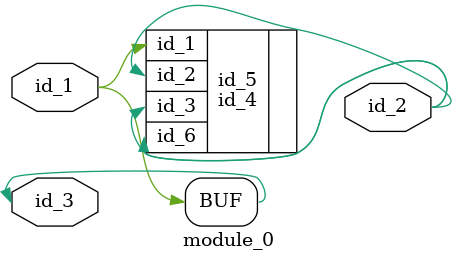
<source format=v>
module module_0 (
    id_1,
    id_2,
    id_3
);
  input id_3;
  output id_2;
  input id_1;
  id_4 id_5 (
      .id_1(id_3),
      .id_1(id_2[id_3]),
      .id_3(id_2),
      .id_1(id_2),
      .id_1(id_1),
      .id_2(id_2),
      .id_6(id_2)
  );
  assign id_3 = id_1;
endmodule

</source>
